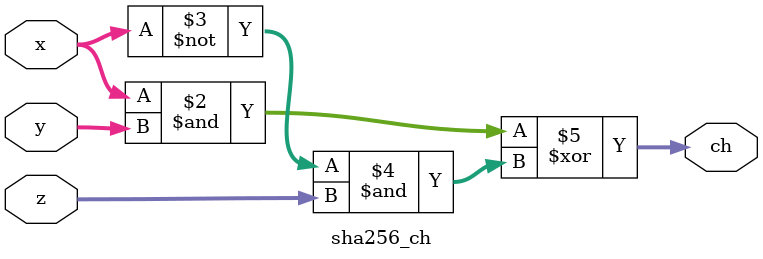
<source format=sv>
module sha256_ch (
    input   logic   [31:0]  x,
    input   logic   [31:0]  y,
    input   logic   [31:0]  z,
    output  logic   [31:0]  ch
);
    always_comb begin : CH
        ch = (x & y) ^ (~x & z);
    end
endmodule

</source>
